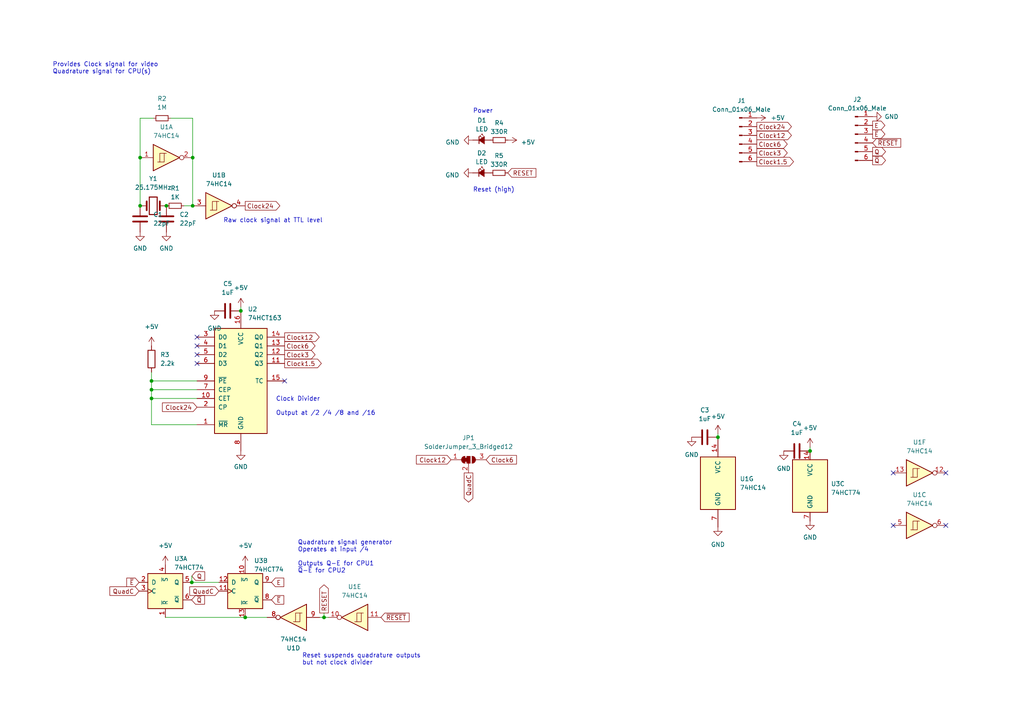
<source format=kicad_sch>
(kicad_sch (version 20230121) (generator eeschema)
  (paper "A4")
  (lib_symbols
    (symbol "74xx:74HC14" (pin_names (offset 1.016))
      (property "Reference" "U" (at 0 1.27 0))
      (property "Value" "74HC14" (at 0 -1.27 0))
      (symbol "74HC14_1_0"
        (polyline (pts (xy -3.81 3.81) (xy -3.81 -3.81) (xy 3.81 0) (xy -3.81 3.81)) (stroke (width 0.254)) (fill (type background)))
        (pin input line (at -7.62 0 0) (length 3.81) (name "~") (number "1"))
        (pin output inverted (at 7.62 0 180) (length 3.81) (name "~") (number "2"))
      )
      (symbol "74HC14_1_1"
        (polyline (pts (xy -1.905 -1.27) (xy -1.905 1.27) (xy -0.635 1.27)))
        (polyline (pts (xy -2.54 -1.27) (xy -0.635 -1.27) (xy -0.635 1.27) (xy 0 1.27)))
      )
      (symbol "74HC14_2_0"
        (polyline (pts (xy -3.81 3.81) (xy -3.81 -3.81) (xy 3.81 0) (xy -3.81 3.81)) (stroke (width 0.254)) (fill (type background)))
        (pin input line (at -7.62 0 0) (length 3.81) (name "~") (number "3"))
        (pin output inverted (at 7.62 0 180) (length 3.81) (name "~") (number "4"))
      )
      (symbol "74HC14_2_1"
        (polyline (pts (xy -1.905 -1.27) (xy -1.905 1.27) (xy -0.635 1.27)))
        (polyline (pts (xy -2.54 -1.27) (xy -0.635 -1.27) (xy -0.635 1.27) (xy 0 1.27)))
      )
      (symbol "74HC14_3_0"
        (polyline (pts (xy -3.81 3.81) (xy -3.81 -3.81) (xy 3.81 0) (xy -3.81 3.81)) (stroke (width 0.254)) (fill (type background)))
        (pin input line (at -7.62 0 0) (length 3.81) (name "~") (number "5"))
        (pin output inverted (at 7.62 0 180) (length 3.81) (name "~") (number "6"))
      )
      (symbol "74HC14_3_1"
        (polyline (pts (xy -1.905 -1.27) (xy -1.905 1.27) (xy -0.635 1.27)))
        (polyline (pts (xy -2.54 -1.27) (xy -0.635 -1.27) (xy -0.635 1.27) (xy 0 1.27)))
      )
      (symbol "74HC14_4_0"
        (polyline (pts (xy -3.81 3.81) (xy -3.81 -3.81) (xy 3.81 0) (xy -3.81 3.81)) (stroke (width 0.254)) (fill (type background)))
        (pin output inverted (at 7.62 0 180) (length 3.81) (name "~") (number "8"))
        (pin input line (at -7.62 0 0) (length 3.81) (name "~") (number "9"))
      )
      (symbol "74HC14_4_1"
        (polyline (pts (xy -1.905 -1.27) (xy -1.905 1.27) (xy -0.635 1.27)))
        (polyline (pts (xy -2.54 -1.27) (xy -0.635 -1.27) (xy -0.635 1.27) (xy 0 1.27)))
      )
      (symbol "74HC14_5_0"
        (polyline (pts (xy -3.81 3.81) (xy -3.81 -3.81) (xy 3.81 0) (xy -3.81 3.81)) (stroke (width 0.254)) (fill (type background)))
        (pin output inverted (at 7.62 0 180) (length 3.81) (name "~") (number "10"))
        (pin input line (at -7.62 0 0) (length 3.81) (name "~") (number "11"))
      )
      (symbol "74HC14_5_1"
        (polyline (pts (xy -1.905 -1.27) (xy -1.905 1.27) (xy -0.635 1.27)))
        (polyline (pts (xy -2.54 -1.27) (xy -0.635 -1.27) (xy -0.635 1.27) (xy 0 1.27)))
      )
      (symbol "74HC14_6_0"
        (polyline (pts (xy -3.81 3.81) (xy -3.81 -3.81) (xy 3.81 0) (xy -3.81 3.81)) (stroke (width 0.254)) (fill (type background)))
        (pin output inverted (at 7.62 0 180) (length 3.81) (name "~") (number "12"))
        (pin input line (at -7.62 0 0) (length 3.81) (name "~") (number "13"))
      )
      (symbol "74HC14_6_1"
        (polyline (pts (xy -1.905 -1.27) (xy -1.905 1.27) (xy -0.635 1.27)))
        (polyline (pts (xy -2.54 -1.27) (xy -0.635 -1.27) (xy -0.635 1.27) (xy 0 1.27)))
      )
      (symbol "74HC14_7_0"
        (pin power_in line (at 0 12.7 270) (length 5.08) (name "VCC") (number "14"))
        (pin power_in line (at 0 -12.7 90) (length 5.08) (name "GND") (number "7"))
      )
      (symbol "74HC14_7_1"
        (rectangle (start -5.08 7.62) (end 5.08 -7.62) (stroke (width 0.254)) (fill (type background)))
      )
    )
    (symbol "74xx:74HC74" (pin_names (offset 1.016))
      (property "Reference" "U" (at -7.62 8.89 0))
      (property "Value" "74HC74" (at -7.62 -8.89 0))
      (symbol "74HC74_1_0"
        (pin input line (at 0 -7.62 90) (length 2.54) (name "~{R}") (number "1"))
        (pin input line (at -7.62 2.54 0) (length 2.54) (name "D") (number "2"))
        (pin input clock (at -7.62 0 0) (length 2.54) (name "C") (number "3"))
        (pin input line (at 0 7.62 270) (length 2.54) (name "~{S}") (number "4"))
        (pin output line (at 7.62 2.54 180) (length 2.54) (name "Q") (number "5"))
        (pin output line (at 7.62 -2.54 180) (length 2.54) (name "~{Q}") (number "6"))
      )
      (symbol "74HC74_1_1"
        (rectangle (start -5.08 5.08) (end 5.08 -5.08) (stroke (width 0.254)) (fill (type background)))
      )
      (symbol "74HC74_2_0"
        (pin input line (at 0 7.62 270) (length 2.54) (name "~{S}") (number "10"))
        (pin input clock (at -7.62 0 0) (length 2.54) (name "C") (number "11"))
        (pin input line (at -7.62 2.54 0) (length 2.54) (name "D") (number "12"))
        (pin input line (at 0 -7.62 90) (length 2.54) (name "~{R}") (number "13"))
        (pin output line (at 7.62 -2.54 180) (length 2.54) (name "~{Q}") (number "8"))
        (pin output line (at 7.62 2.54 180) (length 2.54) (name "Q") (number "9"))
      )
      (symbol "74HC74_2_1"
        (rectangle (start -5.08 5.08) (end 5.08 -5.08) (stroke (width 0.254)) (fill (type background)))
      )
      (symbol "74HC74_3_0"
        (pin power_in line (at 0 10.16 270) (length 2.54) (name "VCC") (number "14"))
        (pin power_in line (at 0 -10.16 90) (length 2.54) (name "GND") (number "7"))
      )
      (symbol "74HC74_3_1"
        (rectangle (start -5.08 7.62) (end 5.08 -7.62) (stroke (width 0.254)) (fill (type background)))
      )
    )
    (symbol "74xx:74LS163" (pin_names (offset 1.016))
      (property "Reference" "U" (at -7.62 16.51 0))
      (property "Value" "74LS163" (at -7.62 -16.51 0))
      (symbol "74LS163_1_0"
        (pin input line (at -12.7 -12.7 0) (length 5.08) (name "~{MR}") (number "1"))
        (pin input line (at -12.7 -5.08 0) (length 5.08) (name "CET") (number "10"))
        (pin output line (at 12.7 5.08 180) (length 5.08) (name "Q3") (number "11"))
        (pin output line (at 12.7 7.62 180) (length 5.08) (name "Q2") (number "12"))
        (pin output line (at 12.7 10.16 180) (length 5.08) (name "Q1") (number "13"))
        (pin output line (at 12.7 12.7 180) (length 5.08) (name "Q0") (number "14"))
        (pin output line (at 12.7 0 180) (length 5.08) (name "TC") (number "15"))
        (pin power_in line (at 0 20.32 270) (length 5.08) (name "VCC") (number "16"))
        (pin input line (at -12.7 -7.62 0) (length 5.08) (name "CP") (number "2"))
        (pin input line (at -12.7 12.7 0) (length 5.08) (name "D0") (number "3"))
        (pin input line (at -12.7 10.16 0) (length 5.08) (name "D1") (number "4"))
        (pin input line (at -12.7 7.62 0) (length 5.08) (name "D2") (number "5"))
        (pin input line (at -12.7 5.08 0) (length 5.08) (name "D3") (number "6"))
        (pin input line (at -12.7 -2.54 0) (length 5.08) (name "CEP") (number "7"))
        (pin power_in line (at 0 -20.32 90) (length 5.08) (name "GND") (number "8"))
        (pin input line (at -12.7 0 0) (length 5.08) (name "~{PE}") (number "9"))
      )
      (symbol "74LS163_1_1"
        (rectangle (start -7.62 15.24) (end 7.62 -15.24) (stroke (width 0.254)) (fill (type background)))
      )
    )
    (symbol "Connector:Conn_01x06_Male" (pin_names (offset 1.016) hide)
      (property "Reference" "J" (at 0 7.62 0))
      (property "Value" "Conn_01x06_Male" (at 0 -10.16 0))
      (symbol "Conn_01x06_Male_1_1"
        (polyline (pts (xy 1.27 -7.62) (xy 0.8636 -7.62)) (stroke (width 0.1524)))
        (polyline (pts (xy 1.27 -5.08) (xy 0.8636 -5.08)) (stroke (width 0.1524)))
        (polyline (pts (xy 1.27 -2.54) (xy 0.8636 -2.54)) (stroke (width 0.1524)))
        (polyline (pts (xy 1.27 0) (xy 0.8636 0)) (stroke (width 0.1524)))
        (polyline (pts (xy 1.27 2.54) (xy 0.8636 2.54)) (stroke (width 0.1524)))
        (polyline (pts (xy 1.27 5.08) (xy 0.8636 5.08)) (stroke (width 0.1524)))
        (rectangle (start 0.8636 -7.493) (end 0 -7.747) (stroke (width 0.1524)) (fill (type outline)))
        (rectangle (start 0.8636 -4.953) (end 0 -5.207) (stroke (width 0.1524)) (fill (type outline)))
        (rectangle (start 0.8636 -2.413) (end 0 -2.667) (stroke (width 0.1524)) (fill (type outline)))
        (rectangle (start 0.8636 0.127) (end 0 -0.127) (stroke (width 0.1524)) (fill (type outline)))
        (rectangle (start 0.8636 2.667) (end 0 2.413) (stroke (width 0.1524)) (fill (type outline)))
        (rectangle (start 0.8636 5.207) (end 0 4.953) (stroke (width 0.1524)) (fill (type outline)))
        (pin passive line (at 5.08 5.08 180) (length 3.81) (name "Pin_1") (number "1"))
        (pin passive line (at 5.08 2.54 180) (length 3.81) (name "Pin_2") (number "2"))
        (pin passive line (at 5.08 0 180) (length 3.81) (name "Pin_3") (number "3"))
        (pin passive line (at 5.08 -2.54 180) (length 3.81) (name "Pin_4") (number "4"))
        (pin passive line (at 5.08 -5.08 180) (length 3.81) (name "Pin_5") (number "5"))
        (pin passive line (at 5.08 -7.62 180) (length 3.81) (name "Pin_6") (number "6"))
      )
    )
    (symbol "Device:C" (pin_numbers hide) (pin_names (offset 0.254))
      (property "Reference" "C" (at 0.635 2.54 0))
      (property "Value" "C" (at 0.635 -2.54 0))
      (symbol "C_0_1"
        (polyline (pts (xy -2.032 -0.762) (xy 2.032 -0.762)) (stroke (width 0.508)))
        (polyline (pts (xy -2.032 0.762) (xy 2.032 0.762)) (stroke (width 0.508)))
      )
      (symbol "C_1_1"
        (pin passive line (at 0 3.81 270) (length 2.794) (name "~") (number "1"))
        (pin passive line (at 0 -3.81 90) (length 2.794) (name "~") (number "2"))
      )
    )
    (symbol "Device:Crystal" (pin_numbers hide) (pin_names (offset 1.016) hide)
      (property "Reference" "Y" (at 0 3.81 0))
      (property "Value" "Crystal" (at 0 -3.81 0))
      (symbol "Crystal_0_1"
        (rectangle (start -1.143 2.54) (end 1.143 -2.54) (stroke (width 0.3048)))
        (polyline (pts (xy -2.54 0) (xy -1.905 0)))
        (polyline (pts (xy -1.905 -1.27) (xy -1.905 1.27)) (stroke (width 0.508)))
        (polyline (pts (xy 1.905 -1.27) (xy 1.905 1.27)) (stroke (width 0.508)))
        (polyline (pts (xy 2.54 0) (xy 1.905 0)))
      )
      (symbol "Crystal_1_1"
        (pin passive line (at -3.81 0 0) (length 1.27) (name "1") (number "1"))
        (pin passive line (at 3.81 0 180) (length 1.27) (name "2") (number "2"))
      )
    )
    (symbol "Device:LED_Small_Filled" (pin_numbers hide) (pin_names (offset 0.254) hide)
      (property "Reference" "D" (at -1.27 3.175 0))
      (property "Value" "LED_Small_Filled" (at -4.445 -2.54 0))
      (symbol "LED_Small_Filled_0_1"
        (polyline (pts (xy -0.762 -1.016) (xy -0.762 1.016)) (stroke (width 0.254)))
        (polyline (pts (xy 1.016 0) (xy -0.762 0)))
        (polyline (pts (xy 0.762 -1.016) (xy -0.762 0) (xy 0.762 1.016) (xy 0.762 -1.016)) (stroke (width 0.254)) (fill (type outline)))
        (polyline (pts (xy 0 0.762) (xy -0.508 1.27) (xy -0.254 1.27) (xy -0.508 1.27) (xy -0.508 1.016)))
        (polyline (pts (xy 0.508 1.27) (xy 0 1.778) (xy 0.254 1.778) (xy 0 1.778) (xy 0 1.524)))
      )
      (symbol "LED_Small_Filled_1_1"
        (pin passive line (at -2.54 0 0) (length 1.778) (name "K") (number "1"))
        (pin passive line (at 2.54 0 180) (length 1.778) (name "A") (number "2"))
      )
    )
    (symbol "Device:R" (pin_numbers hide) (pin_names (offset 0))
      (property "Reference" "R" (at 2.032 0 90))
      (property "Value" "R" (at 0 0 90))
      (symbol "R_0_1"
        (rectangle (start -1.016 -2.54) (end 1.016 2.54) (stroke (width 0.254)))
      )
      (symbol "R_1_1"
        (pin passive line (at 0 3.81 270) (length 1.27) (name "~") (number "1"))
        (pin passive line (at 0 -3.81 90) (length 1.27) (name "~") (number "2"))
      )
    )
    (symbol "Device:R_Small" (pin_numbers hide) (pin_names (offset 0.254) hide)
      (property "Reference" "R" (at 0.762 0.508 0))
      (property "Value" "R_Small" (at 0.762 -1.016 0))
      (symbol "R_Small_0_1"
        (rectangle (start -0.762 1.778) (end 0.762 -1.778) (stroke (width 0.2032)))
      )
      (symbol "R_Small_1_1"
        (pin passive line (at 0 2.54 270) (length 0.762) (name "~") (number "1"))
        (pin passive line (at 0 -2.54 90) (length 0.762) (name "~") (number "2"))
      )
    )
    (symbol "GND_1" (power) (pin_names (offset 0))
      (property "Value" "GND_1" (at 0 -3.81 0))
      (symbol "GND_1_0_1"
        (polyline (pts (xy 0 0) (xy 0 -1.27) (xy 1.27 -1.27) (xy 0 -2.54) (xy -1.27 -1.27) (xy 0 -1.27)))
      )
      (symbol "GND_1_1_1"
        (pin power_in line (at 0 0 270) (length 0) hide (name "GND") (number "1"))
      )
    )
    (symbol "Jumper:SolderJumper_3_Bridged12" (pin_names (offset 0) hide)
      (property "Reference" "JP" (at -2.54 -2.54 0))
      (property "Value" "SolderJumper_3_Bridged12" (at 0 2.794 0))
      (symbol "SolderJumper_3_Bridged12_0_1"
        (rectangle (start -1.016 0.508) (end -0.508 -0.508) (fill (type outline)))
        (arc (start -1.016 1.016) (mid -2.0276 0) (end -1.016 -1.016))
        (arc (start -1.016 1.016) (mid -2.0276 0) (end -1.016 -1.016) (fill (type outline)))
        (rectangle (start -0.508 1.016) (end 0.508 -1.016) (fill (type outline)))
        (polyline (pts (xy -2.54 0) (xy -2.032 0)))
        (polyline (pts (xy -1.016 1.016) (xy -1.016 -1.016)))
        (polyline (pts (xy 0 -1.27) (xy 0 -1.016)))
        (polyline (pts (xy 1.016 1.016) (xy 1.016 -1.016)))
        (polyline (pts (xy 2.54 0) (xy 2.032 0)))
        (arc (start 1.016 -1.016) (mid 2.0276 0) (end 1.016 1.016))
        (arc (start 1.016 -1.016) (mid 2.0276 0) (end 1.016 1.016) (fill (type outline)))
      )
      (symbol "SolderJumper_3_Bridged12_1_1"
        (pin passive line (at -5.08 0 0) (length 2.54) (name "A") (number "1"))
        (pin passive line (at 0 -3.81 90) (length 2.54) (name "C") (number "2"))
        (pin passive line (at 5.08 0 180) (length 2.54) (name "B") (number "3"))
      )
    )
    (symbol "power:+5V" (power) (pin_names (offset 0))
      (property "Value" "+5V" (at 0 3.556 0))
      (symbol "+5V_0_1"
        (polyline (pts (xy -0.762 1.27) (xy 0 2.54)))
        (polyline (pts (xy 0 0) (xy 0 2.54)))
        (polyline (pts (xy 0 2.54) (xy 0.762 1.27)))
      )
      (symbol "+5V_1_1"
        (pin power_in line (at 0 0 90) (length 0) hide (name "+5V") (number "1"))
      )
    )
    (symbol "power:GND" (power) (pin_names (offset 0))
      (property "Value" "GND" (at 0 -3.81 0))
      (symbol "GND_0_1"
        (polyline (pts (xy 0 0) (xy 0 -1.27) (xy 1.27 -1.27) (xy 0 -2.54) (xy -1.27 -1.27) (xy 0 -1.27)))
      )
      (symbol "GND_1_1"
        (pin power_in line (at 0 0 270) (length 0) hide (name "GND") (number "1"))
      )
    )
  )
  (junction (at 43.942 113.03))
  (junction (at 55.88 59.69))
  (junction (at 48.26 59.69))
  (junction (at 55.88 45.72))
  (junction (at 234.95 130.81))
  (junction (at 55.626 168.91))
  (junction (at 43.942 110.49))
  (junction (at 40.64 59.69))
  (junction (at 43.942 115.57))
  (junction (at 208.2292 126.8095))
  (junction (at 93.98 179.07))
  (junction (at 69.85 90.17))
  (junction (at 71.12 179.07))
  (junction (at 40.64 45.72))
  (no_connect (at 57.15 100.33))
  (no_connect (at 259.08 152.4))
  (no_connect (at 57.15 102.87))
  (no_connect (at 57.15 97.79))
  (no_connect (at 274.32 137.16))
  (no_connect (at 274.32 152.4))
  (no_connect (at 57.15 105.41))
  (no_connect (at 259.08 137.16))
  (no_connect (at 82.55 110.49))
  (wire (pts (xy 208.2292 125.8824) (xy 208.2292 126.8095)))
  (wire (pts (xy 55.88 34.29) (xy 55.88 45.72)))
  (wire (pts (xy 55.5752 168.91) (xy 55.626 168.91)))
  (wire (pts (xy 47.9552 179.07) (xy 71.12 179.07)))
  (wire (pts (xy 208.2292 126.8095) (xy 208.2292 127.4572)))
  (wire (pts (xy 234.95 129.6924) (xy 234.95 130.81)))
  (wire (pts (xy 92.71 179.07) (xy 93.98 179.07)))
  (wire (pts (xy 57.15 123.19) (xy 43.942 123.19)))
  (wire (pts (xy 40.64 45.72) (xy 40.64 59.69)))
  (wire (pts (xy 40.64 34.29) (xy 44.45 34.29)))
  (wire (pts (xy 53.34 59.69) (xy 55.88 59.69)))
  (wire (pts (xy 43.942 113.03) (xy 43.942 110.49)))
  (wire (pts (xy 93.98 177.8) (xy 93.98 179.07)))
  (wire (pts (xy 55.88 45.72) (xy 55.88 59.69)))
  (wire (pts (xy 43.942 110.49) (xy 57.15 110.49)))
  (wire (pts (xy 55.626 167.0812) (xy 55.626 168.91)))
  (wire (pts (xy 43.942 115.57) (xy 43.942 113.03)))
  (wire (pts (xy 57.15 113.03) (xy 43.942 113.03)))
  (wire (pts (xy 93.98 179.07) (xy 95.25 179.07)))
  (wire (pts (xy 69.85 89.0524) (xy 69.85 90.17)))
  (wire (pts (xy 40.64 34.29) (xy 40.64 45.72)))
  (wire (pts (xy 43.942 123.19) (xy 43.942 115.57)))
  (wire (pts (xy 55.626 168.91) (xy 63.5 168.91)))
  (wire (pts (xy 57.15 115.57) (xy 43.942 115.57)))
  (wire (pts (xy 71.12 179.07) (xy 77.47 179.07)))
  (wire (pts (xy 43.942 107.95) (xy 43.942 110.49)))
  (wire (pts (xy 55.88 34.29) (xy 49.53 34.29)))
  (text "Clock Divider\n\nOutput at /2 /4 /8 and /16" (at 80.01 120.65 0) (effects (font (size 1.27 1.27)) (justify left bottom)))
  (text "Quadrature signal generator\nOperates at input /4\n\nOutputs Q-E for CPU1\n~{Q}-~{E} for CPU2" (at 86.36 166.37 0) (effects (font (size 1.27 1.27)) (justify left bottom)))
  (text "Provides Clock signal for video\nQuadrature signal for CPU(s)" (at 15.24 21.59 0) (effects (font (size 1.27 1.27)) (justify left bottom)))
  (text "Reset suspends quadrature outputs\nbut not clock divider" (at 87.63 193.04 0) (effects (font (size 1.27 1.27)) (justify left bottom)))
  (text "Power" (at 137.16 33.02 0) (effects (font (size 1.27 1.27)) (justify left bottom)))
  (text "Reset (high)" (at 137.16 55.88 0) (effects (font (size 1.27 1.27)) (justify left bottom)))
  (text "Raw clock signal at TTL level" (at 64.77 64.77 0) (effects (font (size 1.27 1.27)) (justify left bottom)))
  (global_label "Clock6" (shape output) (at 82.55 100.33 0) (property "Intersheetrefs" "${INTERSHEET_REFS}" (effects hide)))
  (global_label "E" (shape output) (at 253.0856 36.3728 0) (property "Intersheetrefs" "${INTERSHEET_REFS}" (effects hide)))
  (global_label "Clock1.5" (shape output) (at 82.55 105.41 0) (property "Intersheetrefs" "${INTERSHEET_REFS}" (effects hide)))
  (global_label "~{RESET}" (shape input) (at 110.49 179.07 0) (property "Intersheetrefs" "${INTERSHEET_REFS}" (effects hide)))
  (global_label "Q" (shape input) (at 55.626 167.0812 0) (property "Intersheetrefs" "${INTERSHEET_REFS}" (effects hide)))
  (global_label "Clock12" (shape output) (at 82.55 97.79 0) (property "Intersheetrefs" "${INTERSHEET_REFS}" (effects hide)))
  (global_label "QuadC" (shape output) (at 135.89 137.16 270) (property "Intersheetrefs" "${INTERSHEET_REFS}" (effects hide)))
  (global_label "Clock6" (shape output) (at 219.5068 41.8084 0) (property "Intersheetrefs" "${INTERSHEET_REFS}" (effects hide)))
  (global_label "Clock24" (shape output) (at 71.12 59.69 0) (property "Intersheetrefs" "${INTERSHEET_REFS}" (effects hide)))
  (global_label "~{E}" (shape input) (at 40.3352 168.91 180) (property "Intersheetrefs" "${INTERSHEET_REFS}" (effects hide)))
  (global_label "RESET" (shape output) (at 93.98 177.8 90) (property "Intersheetrefs" "${INTERSHEET_REFS}" (effects hide)))
  (global_label "Clock12" (shape input) (at 130.81 133.35 180) (property "Intersheetrefs" "${INTERSHEET_REFS}" (effects hide)))
  (global_label "QuadC" (shape input) (at 40.3352 171.45 180) (property "Intersheetrefs" "${INTERSHEET_REFS}" (effects hide)))
  (global_label "~{E}" (shape input) (at 78.74 173.99 0) (property "Intersheetrefs" "${INTERSHEET_REFS}" (effects hide)))
  (global_label "Clock24" (shape output) (at 219.5068 36.7284 0) (property "Intersheetrefs" "${INTERSHEET_REFS}" (effects hide)))
  (global_label "QuadC" (shape input) (at 63.5 171.45 180) (property "Intersheetrefs" "${INTERSHEET_REFS}" (effects hide)))
  (global_label "RESET" (shape input) (at 147.2692 50.1396 0) (property "Intersheetrefs" "${INTERSHEET_REFS}" (effects hide)))
  (global_label "Clock3" (shape output) (at 82.55 102.87 0) (property "Intersheetrefs" "${INTERSHEET_REFS}" (effects hide)))
  (global_label "~{E}" (shape output) (at 253.0856 38.9128 0) (property "Intersheetrefs" "${INTERSHEET_REFS}" (effects hide)))
  (global_label "Clock3" (shape output) (at 219.5068 44.3484 0) (property "Intersheetrefs" "${INTERSHEET_REFS}" (effects hide)))
  (global_label "Clock1.5" (shape output) (at 219.5068 46.8884 0) (property "Intersheetrefs" "${INTERSHEET_REFS}" (effects hide)))
  (global_label "Q" (shape output) (at 253.0856 43.9928 0) (property "Intersheetrefs" "${INTERSHEET_REFS}" (effects hide)))
  (global_label "Clock6" (shape input) (at 140.97 133.35 0) (property "Intersheetrefs" "${INTERSHEET_REFS}" (effects hide)))
  (global_label "~{Q}" (shape input) (at 55.5752 173.99 0) (property "Intersheetrefs" "${INTERSHEET_REFS}" (effects hide)))
  (global_label "~{RESET}" (shape input) (at 253.0856 41.4528 0) (property "Intersheetrefs" "${INTERSHEET_REFS}" (effects hide)))
  (global_label "Clock12" (shape output) (at 219.5068 39.2684 0) (property "Intersheetrefs" "${INTERSHEET_REFS}" (effects hide)))
  (global_label "Clock24" (shape input) (at 57.15 118.11 180) (property "Intersheetrefs" "${INTERSHEET_REFS}" (effects hide)))
  (global_label "~{Q}" (shape output) (at 253.0856 46.5328 0) (property "Intersheetrefs" "${INTERSHEET_REFS}" (effects hide)))
  (global_label "E" (shape input) (at 78.74 168.91 0) (property "Intersheetrefs" "${INTERSHEET_REFS}" (effects hide)))
  (symbol (lib_id "Device:R_Small") (at 46.99 34.29 90) (unit 1)
    (property "Reference" "R2" (at 46.99 28.6004 90))
    (property "Value" "1M" (at 46.99 31.1404 90))
    (property "Footprint" "Resistor_SMD:R_0805_2012Metric_Pad1.20x1.40mm_HandSolder" (effects hide))
  )
  (symbol (lib_id "74xx:74HC14") (at 266.7 137.16 0) (unit 6)
    (property "Reference" "U1" (at 266.7 128.27 0))
    (property "Value" "74HC14" (at 266.7 130.81 0))
    (property "Footprint" "Package_SO:SOIC-14_3.9x8.7mm_P1.27mm" (effects hide))
    (property "Datasheet" "http://www.ti.com/lit/gpn/sn74HC14" (effects hide))
  )
  (symbol (lib_id "power:GND") (at 208.2292 152.8572 0) (unit 1)
    (property "Reference" "#PWR09" (effects hide))
    (property "Value" "GND" (at 208.2292 157.9372 0))
  )
  (symbol (lib_id "74xx:74HC14") (at 102.87 179.07 180) (unit 5)
    (property "Reference" "U1" (at 102.87 170.18 0))
    (property "Value" "74HC14" (at 102.87 172.72 0))
    (property "Footprint" "Package_SO:SOIC-14_3.9x8.7mm_P1.27mm" (effects hide))
    (property "Datasheet" "http://www.ti.com/lit/gpn/sn74HC14" (effects hide))
  )
  (symbol (lib_id "Device:LED_Small_Filled") (at 139.7 40.64 0) (unit 1)
    (property "Reference" "D1" (at 139.7635 34.8996 0))
    (property "Value" "LED" (at 139.7635 37.4396 0))
    (property "Footprint" "LED_SMD:LED_0805_2012Metric_Pad1.15x1.40mm_HandSolder" (effects hide))
  )
  (symbol (lib_id "power:+5V") (at 147.32 40.64 270) (unit 1)
    (property "Reference" "#PWR017" (effects hide))
    (property "Value" "+5V" (at 151.0792 41.275 90) (effects (justify left)))
  )
  (symbol (lib_id "74xx:74HC14") (at 266.7 152.4 0) (unit 3)
    (property "Reference" "U1" (at 266.7 143.51 0))
    (property "Value" "74HC14" (at 266.7 146.05 0))
    (property "Footprint" "Package_SO:SOIC-14_3.9x8.7mm_P1.27mm" (effects hide))
    (property "Datasheet" "http://www.ti.com/lit/gpn/sn74HC14" (effects hide))
  )
  (symbol (lib_id "Device:LED_Small_Filled") (at 139.6492 50.1396 0) (unit 1)
    (property "Reference" "D2" (at 139.7127 44.3992 0))
    (property "Value" "LED" (at 139.7127 46.9392 0))
    (property "Footprint" "LED_SMD:LED_0805_2012Metric_Pad1.15x1.40mm_HandSolder" (effects hide))
  )
  (symbol (lib_id "power:+5V") (at 43.942 100.33 0) (unit 1)
    (property "Reference" "#PWR02" (effects hide))
    (property "Value" "+5V" (at 43.942 94.742 0))
  )
  (symbol (lib_id "power:+5V") (at 208.2292 125.8824 0) (unit 1)
    (property "Reference" "#PWR08" (effects hide))
    (property "Value" "+5V" (at 208.2292 120.8024 0))
  )
  (symbol (lib_id "Device:R") (at 43.942 104.14 0) (unit 1)
    (property "Reference" "R3" (at 46.482 102.8699 0) (effects (justify left)))
    (property "Value" "2.2k" (at 46.482 105.4099 0) (effects (justify left)))
    (property "Footprint" "Resistor_SMD:R_0805_2012Metric_Pad1.20x1.40mm_HandSolder" (effects hide))
    (property "Datasheet" "https://www.koaspeer.com/pdfs/RK73H.pdf" (effects hide))
    (property "DigiKey" "2019-RK73H2ATTD2201FCT-ND" (effects hide))
  )
  (symbol (lib_id "power:GND") (at 69.85 130.81 0) (unit 1)
    (property "Reference" "#PWR04" (effects hide))
    (property "Value" "GND" (at 69.85 135.382 0))
  )
  (symbol (lib_id "Connector:Conn_01x06_Male") (at 214.4268 39.2684 0) (unit 1)
    (property "Reference" "J1" (at 215.0618 29.21 0))
    (property "Value" "Conn_01x06_Male" (at 215.0618 31.75 0))
    (property "Footprint" "Connector_PinHeader_2.54mm:PinHeader_1x06_P2.54mm_Vertical" (effects hide))
  )
  (symbol (lib_id "power:GND") (at 200.6092 126.8095 0) (unit 1)
    (property "Reference" "#PWR016" (effects hide))
    (property "Value" "GND" (at 200.6092 131.8895 0))
  )
  (symbol (lib_id "power:GND") (at 137.16 40.64 270) (unit 1)
    (property "Reference" "#PWR018" (effects hide))
    (property "Value" "GND" (at 133.2992 41.275 90) (effects (justify right)))
  )
  (symbol (lib_id "Device:C") (at 231.14 130.81 270) (unit 1)
    (property "Reference" "C4" (at 231.14 122.936 90))
    (property "Value" "1uF" (at 231.14 125.476 90))
    (property "Footprint" "Capacitor_SMD:C_0805_2012Metric_Pad1.18x1.45mm_HandSolder" (effects hide))
    (property "Datasheet" "https://search.murata.co.jp/Ceramy/image/img/A01X/G101/ENG/GJM1555C1H170FB01-01.pdf" (effects hide))
    (property "DigiKey" "4363-0805N180FW251XCT-ND" (effects hide))
  )
  (symbol (lib_id "74xx:74HC14") (at 208.2292 140.1572 0) (unit 7)
    (property "Reference" "U1" (at 214.5792 138.8872 0) (effects (justify left)))
    (property "Value" "74HC14" (at 214.5792 141.4272 0) (effects (justify left)))
    (property "Footprint" "Package_SO:SOIC-14_3.9x8.7mm_P1.27mm" (effects hide))
    (property "Datasheet" "http://www.ti.com/lit/gpn/sn74HC14" (effects hide))
  )
  (symbol (lib_id "power:+5V") (at 234.95 129.6924 0) (unit 1)
    (property "Reference" "#PWR023" (effects hide))
    (property "Value" "+5V" (at 234.95 124.1044 0))
  )
  (symbol (lib_id "Device:R_Small") (at 144.7292 50.1396 90) (unit 1)
    (property "Reference" "R5" (at 144.7292 45.1612 90))
    (property "Value" "330R" (at 144.7292 47.7012 90))
    (property "Footprint" "Resistor_SMD:R_0805_2012Metric_Pad1.20x1.40mm_HandSolder" (effects hide))
  )
  (symbol (lib_id "power:GND") (at 62.23 90.17 0) (unit 1)
    (property "Reference" "#PWR03" (effects hide))
    (property "Value" "GND" (at 62.23 95.25 0))
  )
  (symbol (lib_id "Jumper:SolderJumper_3_Bridged12") (at 135.89 133.35 0) (unit 1)
    (property "Reference" "JP1" (at 135.89 127 0))
    (property "Value" "SolderJumper_3_Bridged12" (at 135.89 129.54 0))
    (property "Footprint" "Jumper:SolderJumper-3_P1.3mm_Bridged12_Pad1.0x1.5mm" (effects hide))
  )
  (symbol (lib_id "Device:C") (at 204.4192 126.8095 270) (unit 1)
    (property "Reference" "C3" (at 204.4192 118.9355 90))
    (property "Value" "1uF" (at 204.4192 121.4755 90))
    (property "Footprint" "Capacitor_SMD:C_0805_2012Metric_Pad1.18x1.45mm_HandSolder" (effects hide))
    (property "Datasheet" "https://search.murata.co.jp/Ceramy/image/img/A01X/G101/ENG/GJM1555C1H170FB01-01.pdf" (effects hide))
    (property "DigiKey" "4363-0805N180FW251XCT-ND" (effects hide))
  )
  (symbol (lib_id "Device:C") (at 40.64 63.5 180) (unit 1)
    (property "Reference" "C1" (at 44.45 62.23 0) (effects (justify right)))
    (property "Value" "22pF" (at 44.45 64.77 0) (effects (justify right)))
    (property "Footprint" "Capacitor_SMD:C_0805_2012Metric_Pad1.18x1.45mm_HandSolder" (effects hide))
    (property "Datasheet" "https://search.murata.co.jp/Ceramy/image/img/A01X/G101/ENG/GJM1555C1H170FB01-01.pdf" (effects hide))
    (property "DigiKey" "4363-0805N180FW251XCT-ND" (effects hide))
  )
  (symbol (lib_name "GND_1") (lib_id "power:GND") (at 234.95 151.13 0) (unit 1)
    (property "Reference" "#PWR024" (effects hide))
    (property "Value" "GND" (at 234.95 155.8544 0))
  )
  (symbol (lib_name "GND_1") (lib_id "power:GND") (at 40.64 67.31 0) (unit 1)
    (property "Reference" "#PWR01" (effects hide))
    (property "Value" "GND" (at 40.64 72.0344 0))
  )
  (symbol (lib_id "74xx:74LS163") (at 69.85 110.49 0) (unit 1)
    (property "Reference" "U2" (at 71.8694 89.662 0) (effects (justify left)))
    (property "Value" "74HCT163" (at 71.8694 92.202 0) (effects (justify left)))
    (property "Footprint" "Package_SO:SOIC-16_3.9x9.9mm_P1.27mm" (effects hide))
    (property "Datasheet" "https://www.ti.com/lit/ds/symlink/sn74hc163.pdf?HQS=dis-dk-null-digikeymode-dsf-pf-null-wwe&ts=1665230079942&ref_url=https%253A%252F%252Fwww.ti.com%252Fgeneral%252Fdocs%252Fsuppproductinfo.tsp%253FdistId%253D10%2526gotoUrl%253Dhttps%253A%252F%252Fwww.ti.com%252Flit%252Fgpn%252Fsn74hc163" (effects hide))
    (property "DigiKey" "296-SN74HC163DTCT-ND" (effects hide))
  )
  (symbol (lib_name "GND_1") (lib_id "power:GND") (at 48.26 67.31 0) (unit 1)
    (property "Reference" "#PWR06" (effects hide))
    (property "Value" "GND" (at 48.26 72.0344 0))
  )
  (symbol (lib_id "74xx:74HC14") (at 85.09 179.07 180) (unit 4)
    (property "Reference" "U1" (at 85.09 187.96 0))
    (property "Value" "74HC14" (at 85.09 185.42 0))
    (property "Footprint" "Package_SO:SOIC-14_3.9x8.7mm_P1.27mm" (effects hide))
    (property "Datasheet" "http://www.ti.com/lit/gpn/sn74HC14" (effects hide))
  )
  (symbol (lib_id "Device:R_Small") (at 50.8 59.69 90) (unit 1)
    (property "Reference" "R1" (at 50.8 54.61 90))
    (property "Value" "1K" (at 50.8 57.15 90))
    (property "Footprint" "Resistor_SMD:R_0805_2012Metric_Pad1.20x1.40mm_HandSolder" (effects hide))
  )
  (symbol (lib_id "Connector:Conn_01x06_Male") (at 248.0056 38.9128 0) (unit 1)
    (property "Reference" "J2" (at 248.6406 28.8544 0))
    (property "Value" "Conn_01x06_Male" (at 248.6406 31.3944 0))
    (property "Footprint" "Connector_PinHeader_2.54mm:PinHeader_1x06_P2.54mm_Vertical" (effects hide))
  )
  (symbol (lib_id "power:+5V") (at 219.5068 34.1884 270) (unit 1)
    (property "Reference" "#PWR010" (effects hide))
    (property "Value" "+5V" (at 223.52 34.1883 90) (effects (justify left)))
  )
  (symbol (lib_id "power:GND") (at 137.1092 50.1396 270) (unit 1)
    (property "Reference" "#PWR07" (effects hide))
    (property "Value" "GND" (at 133.2484 50.7746 90) (effects (justify right)))
  )
  (symbol (lib_id "74xx:74HC14") (at 48.26 45.72 0) (unit 1)
    (property "Reference" "U1" (at 48.26 36.83 0))
    (property "Value" "74HC14" (at 48.26 39.37 0))
    (property "Footprint" "Package_SO:SOIC-14_3.9x8.7mm_P1.27mm" (effects hide))
    (property "Datasheet" "http://www.ti.com/lit/gpn/sn74HC14" (effects hide))
  )
  (symbol (lib_id "power:+5V") (at 69.85 89.0524 0) (unit 1)
    (property "Reference" "#PWR05" (effects hide))
    (property "Value" "+5V" (at 69.85 83.4644 0))
  )
  (symbol (lib_id "power:+5V") (at 71.12 163.83 0) (unit 1)
    (property "Reference" "#PWR020" (effects hide))
    (property "Value" "+5V" (at 71.12 158.242 0))
  )
  (symbol (lib_id "74xx:74HC74") (at 47.9552 171.45 0) (unit 1)
    (property "Reference" "U3" (at 50.5207 162.052 0) (effects (justify left)))
    (property "Value" "74HCT74" (at 50.5207 164.592 0) (effects (justify left)))
    (property "Footprint" "Package_SO:SOIC-14_3.9x8.7mm_P1.27mm" (effects hide))
    (property "Datasheet" "74xx/74hc_hct74.pdf" (effects hide))
  )
  (symbol (lib_id "Device:R_Small") (at 144.78 40.64 90) (unit 1)
    (property "Reference" "R4" (at 144.78 35.6616 90))
    (property "Value" "330R" (at 144.78 38.2016 90))
    (property "Footprint" "Resistor_SMD:R_0805_2012Metric_Pad1.20x1.40mm_HandSolder" (effects hide))
  )
  (symbol (lib_id "Device:Crystal") (at 44.45 59.69 0) (unit 1)
    (property "Reference" "Y1" (at 44.45 51.816 0))
    (property "Value" "25.175MHz" (at 44.45 54.356 0))
    (property "Footprint" "Crystal:Crystal_SMD_HC49-SD" (effects hide))
    (property "Datasheet" "http://cfd.citizen.co.jp/cms/cfd/pdf/english/HCM49_E.pdf" (effects hide))
    (property "DigiKey" "300-6149-1-ND" (effects hide))
  )
  (symbol (lib_id "power:+5V") (at 47.9552 163.83 0) (unit 1)
    (property "Reference" "#PWR019" (effects hide))
    (property "Value" "+5V" (at 47.9552 158.242 0))
  )
  (symbol (lib_id "Device:C") (at 66.04 90.17 270) (unit 1)
    (property "Reference" "C5" (at 66.04 82.296 90))
    (property "Value" "1uF" (at 66.04 84.836 90))
    (property "Footprint" "Capacitor_SMD:C_0805_2012Metric_Pad1.18x1.45mm_HandSolder" (effects hide))
    (property "Datasheet" "https://search.murata.co.jp/Ceramy/image/img/A01X/G101/ENG/GJM1555C1H170FB01-01.pdf" (effects hide))
    (property "DigiKey" "4363-0805N180FW251XCT-ND" (effects hide))
  )
  (symbol (lib_id "74xx:74HC74") (at 234.95 140.97 0) (unit 3)
    (property "Reference" "U3" (at 240.9952 140.335 0) (effects (justify left)))
    (property "Value" "74HCT74" (at 240.9952 142.875 0) (effects (justify left)))
    (property "Footprint" "Package_SO:SOIC-14_3.9x8.7mm_P1.27mm" (effects hide))
    (property "Datasheet" "74xx/74hc_hct74.pdf" (effects hide))
  )
  (symbol (lib_id "Device:C") (at 48.26 63.5 180) (unit 1)
    (property "Reference" "C2" (at 52.07 62.23 0) (effects (justify right)))
    (property "Value" "22pF" (at 52.07 64.77 0) (effects (justify right)))
    (property "Footprint" "Capacitor_SMD:C_0805_2012Metric_Pad1.18x1.45mm_HandSolder" (effects hide))
    (property "Datasheet" "https://search.murata.co.jp/Ceramy/image/img/A01X/G101/ENG/GJM1555C1H170FB01-01.pdf" (effects hide))
    (property "DigiKey" "4363-0805N180FW251XCT-ND" (effects hide))
  )
  (symbol (lib_id "74xx:74HC74") (at 71.12 171.45 0) (unit 2)
    (property "Reference" "U3" (at 73.6855 162.6108 0) (effects (justify left)))
    (property "Value" "74HCT74" (at 73.6855 165.1508 0) (effects (justify left)))
    (property "Footprint" "Package_SO:SOIC-14_3.9x8.7mm_P1.27mm" (effects hide))
    (property "Datasheet" "74xx/74hc_hct74.pdf" (effects hide))
  )
  (symbol (lib_id "power:GND") (at 227.33 130.81 0) (unit 1)
    (property "Reference" "#PWR022" (effects hide))
    (property "Value" "GND" (at 227.33 135.89 0))
  )
  (symbol (lib_id "74xx:74HC14") (at 63.5 59.69 0) (unit 2)
    (property "Reference" "U1" (at 63.5 50.8 0))
    (property "Value" "74HC14" (at 63.5 53.34 0))
    (property "Footprint" "Package_SO:SOIC-14_3.9x8.7mm_P1.27mm" (effects hide))
    (property "Datasheet" "http://www.ti.com/lit/gpn/sn74HC14" (effects hide))
  )
  (symbol (lib_id "power:GND") (at 253.0856 33.8328 90) (unit 1)
    (property "Reference" "#PWR011" (effects hide))
    (property "Value" "GND" (at 256.54 33.8327 90) (effects (justify right)))
  )
)
</source>
